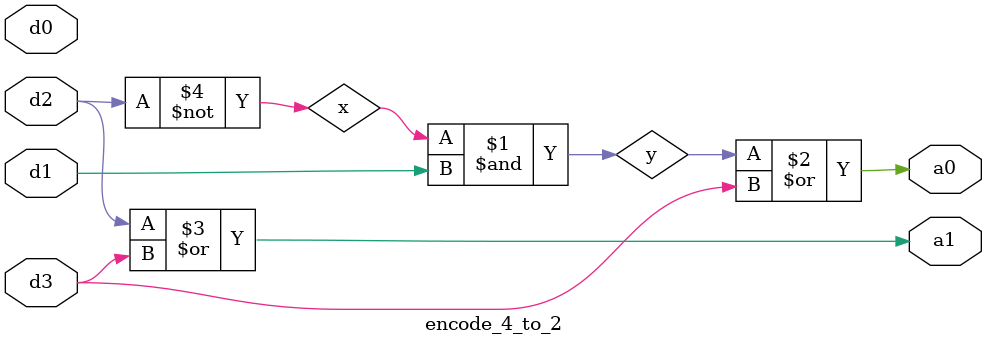
<source format=v>
`timescale 1ns / 1ps


module encode_4_to_2(
    input d0,d1,d2,d3,
    output a0,a1
    );
wire x,y,z;
not g1(x,d2);
and g2(y,x,d1);
or g3(a0,y,d3);
or g4(a1,d2,d3);
endmodule

</source>
